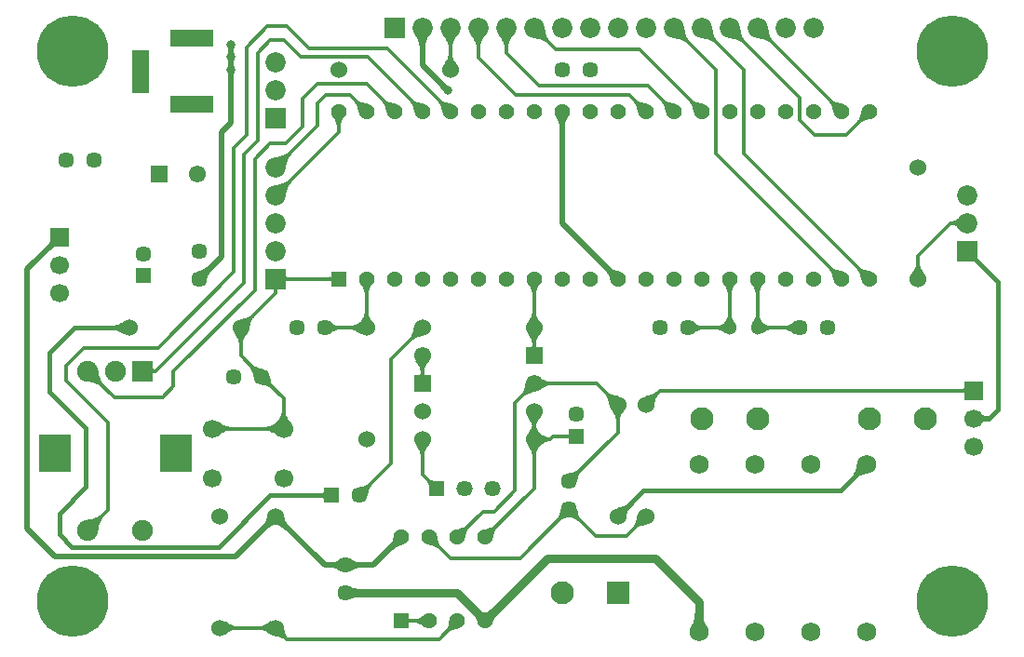
<source format=gtl>
G04*
G04 #@! TF.GenerationSoftware,Altium Limited,Altium Designer,20.1.8 (145)*
G04*
G04 Layer_Physical_Order=1*
G04 Layer_Color=255*
%FSLAX25Y25*%
%MOIN*%
G70*
G04*
G04 #@! TF.SameCoordinates,DC33A1B7-073B-4291-B7B0-CC2688F11226*
G04*
G04*
G04 #@! TF.FilePolarity,Positive*
G04*
G01*
G75*
%ADD44C,0.03000*%
%ADD45C,0.01200*%
%ADD46C,0.02000*%
%ADD47C,0.01500*%
%ADD48R,0.06673X0.06673*%
%ADD49C,0.06673*%
%ADD50R,0.11811X0.13622*%
%ADD51C,0.07480*%
%ADD52R,0.07480X0.07480*%
%ADD53C,0.05630*%
%ADD54R,0.05630X0.05630*%
%ADD55C,0.07244*%
%ADD56R,0.07244X0.07244*%
%ADD57C,0.06024*%
%ADD58C,0.05709*%
%ADD59R,0.07244X0.07244*%
%ADD60C,0.05118*%
%ADD61C,0.06890*%
%ADD62C,0.08268*%
%ADD63R,0.08268X0.08268*%
%ADD64R,0.05709X0.05709*%
%ADD65R,0.06102X0.06102*%
%ADD66C,0.06102*%
%ADD67R,0.05748X0.05748*%
%ADD68C,0.05748*%
%ADD69R,0.05709X0.05709*%
%ADD70C,0.06693*%
%ADD71R,0.15551X0.05906*%
%ADD72R,0.05906X0.15551*%
%ADD73C,0.25591*%
%ADD74C,0.03150*%
G36*
X268697Y224752D02*
X268966Y223456D01*
X269129Y222875D01*
X269312Y222340D01*
X269513Y221849D01*
X269734Y221404D01*
X269974Y221003D01*
X270233Y220648D01*
X270511Y220337D01*
X269663Y219489D01*
X269352Y219767D01*
X268997Y220026D01*
X268597Y220266D01*
X268151Y220487D01*
X267660Y220688D01*
X267125Y220871D01*
X266545Y221034D01*
X265248Y221303D01*
X264533Y221408D01*
X268592Y225467D01*
X268697Y224752D01*
D02*
G37*
G36*
X258697D02*
X258966Y223456D01*
X259129Y222875D01*
X259312Y222340D01*
X259513Y221849D01*
X259734Y221404D01*
X259974Y221003D01*
X260233Y220648D01*
X260511Y220337D01*
X259663Y219489D01*
X259352Y219767D01*
X258997Y220026D01*
X258596Y220266D01*
X258151Y220487D01*
X257661Y220688D01*
X257125Y220871D01*
X256544Y221034D01*
X255248Y221303D01*
X254533Y221408D01*
X258592Y225467D01*
X258697Y224752D01*
D02*
G37*
G36*
X248697D02*
X248966Y223456D01*
X249129Y222875D01*
X249312Y222340D01*
X249513Y221849D01*
X249734Y221404D01*
X249974Y221003D01*
X250233Y220648D01*
X250511Y220337D01*
X249663Y219489D01*
X249352Y219767D01*
X248997Y220026D01*
X248597Y220266D01*
X248151Y220487D01*
X247660Y220688D01*
X247125Y220871D01*
X246545Y221034D01*
X245248Y221303D01*
X244533Y221408D01*
X248592Y225467D01*
X248697Y224752D01*
D02*
G37*
G36*
X238697D02*
X238966Y223456D01*
X239129Y222875D01*
X239312Y222340D01*
X239513Y221849D01*
X239734Y221404D01*
X239974Y221003D01*
X240233Y220648D01*
X240511Y220337D01*
X239663Y219489D01*
X239352Y219767D01*
X238997Y220026D01*
X238597Y220266D01*
X238151Y220487D01*
X237661Y220688D01*
X237125Y220871D01*
X236544Y221034D01*
X235248Y221303D01*
X234533Y221408D01*
X238592Y225467D01*
X238697Y224752D01*
D02*
G37*
G36*
X188697D02*
X188966Y223456D01*
X189129Y222875D01*
X189312Y222340D01*
X189513Y221849D01*
X189734Y221404D01*
X189974Y221003D01*
X190233Y220648D01*
X190511Y220337D01*
X189663Y219489D01*
X189352Y219767D01*
X188997Y220026D01*
X188596Y220266D01*
X188151Y220487D01*
X187661Y220688D01*
X187125Y220871D01*
X186545Y221034D01*
X185248Y221303D01*
X184533Y221408D01*
X188592Y225467D01*
X188697Y224752D01*
D02*
G37*
G36*
X147515Y222304D02*
X147197Y221817D01*
X146916Y221330D01*
X146673Y220842D01*
X146467Y220352D01*
X146299Y219863D01*
X146168Y219372D01*
X146075Y218881D01*
X146019Y218389D01*
X146000Y217897D01*
X144000D01*
X143981Y218389D01*
X143925Y218881D01*
X143832Y219372D01*
X143701Y219863D01*
X143533Y220352D01*
X143327Y220842D01*
X143084Y221330D01*
X142803Y221817D01*
X142485Y222304D01*
X142130Y222791D01*
X147870D01*
X147515Y222304D01*
D02*
G37*
G36*
X177439Y222210D02*
X176712Y221103D01*
X176417Y220578D01*
X176168Y220070D01*
X175963Y219581D01*
X175804Y219110D01*
X175691Y218657D01*
X175623Y218222D01*
X175600Y217806D01*
X174400D01*
X174377Y218222D01*
X174309Y218657D01*
X174196Y219110D01*
X174037Y219581D01*
X173832Y220070D01*
X173583Y220578D01*
X173288Y221103D01*
X172561Y222210D01*
X172130Y222791D01*
X177870D01*
X177439Y222210D01*
D02*
G37*
G36*
X167439D02*
X166712Y221103D01*
X166417Y220578D01*
X166167Y220070D01*
X165963Y219581D01*
X165804Y219110D01*
X165691Y218657D01*
X165623Y218222D01*
X165600Y217806D01*
X164400D01*
X164377Y218222D01*
X164309Y218657D01*
X164196Y219110D01*
X164037Y219581D01*
X163832Y220070D01*
X163583Y220578D01*
X163288Y221103D01*
X162561Y222210D01*
X162130Y222791D01*
X167870D01*
X167439Y222210D01*
D02*
G37*
G36*
X157439D02*
X156712Y221103D01*
X156417Y220578D01*
X156167Y220070D01*
X155963Y219581D01*
X155804Y219110D01*
X155691Y218657D01*
X155623Y218222D01*
X155600Y217806D01*
X154400D01*
X154377Y218222D01*
X154309Y218657D01*
X154196Y219110D01*
X154037Y219581D01*
X153832Y220070D01*
X153583Y220578D01*
X153288Y221103D01*
X152561Y222210D01*
X152130Y222791D01*
X157870D01*
X157439Y222210D01*
D02*
G37*
G36*
X77701Y217963D02*
X77659Y217863D01*
X77622Y217739D01*
X77589Y217592D01*
X77562Y217421D01*
X77522Y217007D01*
X77515Y216812D01*
X77562Y216079D01*
X77589Y215908D01*
X77622Y215761D01*
X77659Y215637D01*
X77701Y215537D01*
X77748Y215461D01*
X75252D01*
X75299Y215537D01*
X75341Y215637D01*
X75379Y215761D01*
X75411Y215908D01*
X75438Y216079D01*
X75478Y216493D01*
X75485Y216688D01*
X75438Y217421D01*
X75411Y217592D01*
X75379Y217739D01*
X75341Y217863D01*
X75299Y217963D01*
X75252Y218039D01*
X77748D01*
X77701Y217963D01*
D02*
G37*
G36*
X155618Y215597D02*
X155672Y215220D01*
X155761Y214834D01*
X155886Y214437D01*
X156047Y214029D01*
X156243Y213611D01*
X156475Y213183D01*
X157047Y212296D01*
X157387Y211837D01*
X152613D01*
X152953Y212296D01*
X153525Y213183D01*
X153757Y213611D01*
X153953Y214029D01*
X154114Y214437D01*
X154239Y214834D01*
X154329Y215220D01*
X154382Y215597D01*
X154400Y215963D01*
X155600D01*
X155618Y215597D01*
D02*
G37*
G36*
X77701Y213463D02*
X77659Y213363D01*
X77622Y213239D01*
X77589Y213092D01*
X77562Y212921D01*
X77522Y212507D01*
X77515Y212312D01*
X77562Y211579D01*
X77589Y211408D01*
X77622Y211261D01*
X77659Y211137D01*
X77701Y211037D01*
X77748Y210961D01*
X76500Y210000D01*
X77748Y209039D01*
X77701Y208963D01*
X77659Y208863D01*
X77622Y208739D01*
X77589Y208592D01*
X77562Y208421D01*
X77503Y207499D01*
X77500Y207209D01*
X75500D01*
X75498Y207499D01*
X75478Y208007D01*
X75438Y208421D01*
X75411Y208592D01*
X75379Y208739D01*
X75341Y208863D01*
X75299Y208963D01*
X75252Y209039D01*
X76500Y210000D01*
X75252Y210961D01*
X75299Y211037D01*
X75341Y211137D01*
X75379Y211261D01*
X75411Y211408D01*
X75438Y211579D01*
X75478Y211993D01*
X75485Y212188D01*
X75438Y212921D01*
X75411Y213092D01*
X75379Y213239D01*
X75341Y213363D01*
X75299Y213463D01*
X75252Y213539D01*
X77748D01*
X77701Y213463D01*
D02*
G37*
G36*
X152940Y204878D02*
X153634Y204268D01*
X153774Y204166D01*
X153902Y204084D01*
X154015Y204023D01*
X154116Y203982D01*
X154203Y203962D01*
X152438Y202197D01*
X152418Y202284D01*
X152377Y202385D01*
X152316Y202498D01*
X152234Y202625D01*
X152132Y202766D01*
X151868Y203086D01*
X151522Y203460D01*
X151319Y203667D01*
X152733Y205081D01*
X152940Y204878D01*
D02*
G37*
G36*
X231748Y199124D02*
X232035Y198905D01*
X232351Y198705D01*
X232696Y198521D01*
X233069Y198356D01*
X233471Y198208D01*
X233901Y198077D01*
X234360Y197965D01*
X235363Y197792D01*
X232209Y194637D01*
X232131Y195153D01*
X231923Y196099D01*
X231792Y196529D01*
X231644Y196931D01*
X231479Y197304D01*
X231295Y197649D01*
X231095Y197965D01*
X230876Y198252D01*
X230641Y198511D01*
X231489Y199360D01*
X231748Y199124D01*
D02*
G37*
G36*
X221748D02*
X222036Y198905D01*
X222352Y198705D01*
X222696Y198521D01*
X223069Y198356D01*
X223471Y198208D01*
X223901Y198077D01*
X224360Y197965D01*
X225363Y197792D01*
X222209Y194637D01*
X222131Y195153D01*
X221923Y196099D01*
X221792Y196529D01*
X221644Y196931D01*
X221479Y197304D01*
X221295Y197649D01*
X221095Y197965D01*
X220876Y198252D01*
X220640Y198511D01*
X221489Y199360D01*
X221748Y199124D01*
D02*
G37*
G36*
X151748D02*
X152035Y198905D01*
X152351Y198705D01*
X152696Y198521D01*
X153069Y198356D01*
X153471Y198208D01*
X153901Y198077D01*
X154360Y197965D01*
X155363Y197792D01*
X152208Y194637D01*
X152131Y195153D01*
X151923Y196099D01*
X151792Y196529D01*
X151644Y196931D01*
X151479Y197304D01*
X151295Y197649D01*
X151095Y197965D01*
X150876Y198252D01*
X150640Y198511D01*
X151489Y199360D01*
X151748Y199124D01*
D02*
G37*
G36*
X131748D02*
X132036Y198905D01*
X132352Y198705D01*
X132696Y198521D01*
X133069Y198356D01*
X133471Y198208D01*
X133901Y198077D01*
X134360Y197965D01*
X135363Y197792D01*
X132209Y194637D01*
X132131Y195153D01*
X131923Y196099D01*
X131792Y196529D01*
X131644Y196931D01*
X131479Y197304D01*
X131295Y197649D01*
X131095Y197965D01*
X130876Y198252D01*
X130640Y198511D01*
X131489Y199360D01*
X131748Y199124D01*
D02*
G37*
G36*
X121748D02*
X122036Y198905D01*
X122352Y198705D01*
X122696Y198521D01*
X123069Y198356D01*
X123471Y198208D01*
X123901Y198077D01*
X124360Y197965D01*
X125363Y197792D01*
X122208Y194637D01*
X122131Y195153D01*
X121923Y196099D01*
X121792Y196529D01*
X121644Y196931D01*
X121479Y197304D01*
X121295Y197649D01*
X121095Y197965D01*
X120876Y198252D01*
X120641Y198511D01*
X121489Y199360D01*
X121748Y199124D01*
D02*
G37*
G36*
X291748D02*
X292035Y198905D01*
X292352Y198705D01*
X292696Y198521D01*
X293069Y198356D01*
X293471Y198208D01*
X293901Y198077D01*
X294360Y197965D01*
X295363Y197792D01*
X292209Y194637D01*
X292131Y195153D01*
X291923Y196099D01*
X291792Y196529D01*
X291644Y196931D01*
X291479Y197304D01*
X291295Y197649D01*
X291095Y197965D01*
X290876Y198252D01*
X290640Y198511D01*
X291489Y199360D01*
X291748Y199124D01*
D02*
G37*
G36*
X241748D02*
X242035Y198905D01*
X242352Y198705D01*
X242696Y198521D01*
X243069Y198356D01*
X243471Y198208D01*
X243901Y198077D01*
X244360Y197965D01*
X245363Y197792D01*
X242209Y194637D01*
X242131Y195153D01*
X241923Y196099D01*
X241792Y196529D01*
X241644Y196931D01*
X241479Y197304D01*
X241295Y197649D01*
X241095Y197965D01*
X240876Y198252D01*
X240640Y198511D01*
X241489Y199360D01*
X241748Y199124D01*
D02*
G37*
G36*
X141748D02*
X142035Y198905D01*
X142351Y198705D01*
X142696Y198521D01*
X143069Y198356D01*
X143471Y198208D01*
X143901Y198077D01*
X144360Y197965D01*
X145363Y197792D01*
X142209Y194637D01*
X142131Y195153D01*
X141923Y196099D01*
X141792Y196529D01*
X141644Y196931D01*
X141479Y197304D01*
X141295Y197649D01*
X141095Y197965D01*
X140876Y198252D01*
X140640Y198511D01*
X141489Y199360D01*
X141748Y199124D01*
D02*
G37*
G36*
X305363Y192209D02*
X304847Y192131D01*
X303901Y191923D01*
X303471Y191792D01*
X303069Y191644D01*
X302696Y191479D01*
X302351Y191295D01*
X302035Y191095D01*
X301748Y190876D01*
X301489Y190640D01*
X300641Y191489D01*
X300876Y191748D01*
X301095Y192035D01*
X301295Y192351D01*
X301479Y192696D01*
X301644Y193069D01*
X301792Y193471D01*
X301923Y193901D01*
X302035Y194360D01*
X302209Y195363D01*
X305363Y192209D01*
D02*
G37*
G36*
X196997Y192958D02*
X196788Y192622D01*
X196603Y192276D01*
X196443Y191919D01*
X196308Y191551D01*
X196197Y191173D01*
X196111Y190784D01*
X196049Y190385D01*
X196012Y189974D01*
X196000Y189554D01*
X194000D01*
X193988Y189974D01*
X193951Y190385D01*
X193889Y190784D01*
X193803Y191173D01*
X193692Y191551D01*
X193557Y191919D01*
X193397Y192276D01*
X193212Y192622D01*
X193003Y192958D01*
X192769Y193283D01*
X197231D01*
X196997Y192958D01*
D02*
G37*
G36*
X116921Y192863D02*
X116399Y192047D01*
X116187Y191650D01*
X116008Y191262D01*
X115861Y190881D01*
X115747Y190508D01*
X115665Y190142D01*
X115616Y189785D01*
X115600Y189435D01*
X114400D01*
X114384Y189785D01*
X114335Y190142D01*
X114253Y190508D01*
X114139Y190881D01*
X113992Y191262D01*
X113813Y191650D01*
X113601Y192047D01*
X113356Y192451D01*
X112769Y193283D01*
X117231D01*
X116921Y192863D01*
D02*
G37*
G36*
X98011Y179663D02*
X97733Y179352D01*
X97474Y178997D01*
X97234Y178596D01*
X97013Y178151D01*
X96812Y177661D01*
X96629Y177125D01*
X96466Y176544D01*
X96197Y175248D01*
X96092Y174533D01*
X92033Y178592D01*
X92748Y178697D01*
X94045Y178966D01*
X94625Y179129D01*
X95161Y179312D01*
X95651Y179513D01*
X96096Y179734D01*
X96497Y179974D01*
X96852Y180233D01*
X97163Y180511D01*
X98011Y179663D01*
D02*
G37*
G36*
Y169663D02*
X97733Y169352D01*
X97474Y168997D01*
X97234Y168596D01*
X97013Y168151D01*
X96812Y167660D01*
X96629Y167125D01*
X96466Y166544D01*
X96197Y165248D01*
X96092Y164533D01*
X92033Y168592D01*
X92748Y168697D01*
X94045Y168966D01*
X94625Y169129D01*
X95161Y169312D01*
X95651Y169513D01*
X96096Y169734D01*
X96497Y169974D01*
X96852Y170233D01*
X97163Y170511D01*
X98011Y169663D01*
D02*
G37*
G36*
X336957Y153036D02*
X336771Y153295D01*
X336565Y153527D01*
X336338Y153732D01*
X336092Y153909D01*
X335826Y154059D01*
X335540Y154182D01*
X335234Y154277D01*
X334908Y154345D01*
X334562Y154386D01*
X334196Y154400D01*
Y155600D01*
X334562Y155614D01*
X334908Y155655D01*
X335234Y155723D01*
X335540Y155818D01*
X335826Y155941D01*
X336092Y156091D01*
X336338Y156268D01*
X336565Y156473D01*
X336771Y156705D01*
X336957Y156964D01*
Y153036D01*
D02*
G37*
G36*
X14504Y146675D02*
X14348Y146789D01*
X14164Y146845D01*
X13952D01*
X13712Y146789D01*
X13443Y146675D01*
X13146Y146506D01*
X12821Y146279D01*
X12467Y145997D01*
X11675Y145261D01*
X10261Y146675D01*
X10657Y147085D01*
X11279Y147821D01*
X11506Y148146D01*
X11675Y148443D01*
X11789Y148712D01*
X11845Y148952D01*
Y149164D01*
X11789Y149348D01*
X11675Y149504D01*
X14504Y146675D01*
D02*
G37*
G36*
X343525Y143395D02*
X343483Y143257D01*
Y143098D01*
X343525Y142917D01*
X343610Y142716D01*
X343737Y142493D01*
X343907Y142249D01*
X344119Y141984D01*
X344671Y141390D01*
X343610Y140329D01*
X343302Y140626D01*
X342751Y141093D01*
X342507Y141263D01*
X342284Y141390D01*
X342083Y141475D01*
X341902Y141517D01*
X341743D01*
X341605Y141475D01*
X341489Y141390D01*
X343610Y143511D01*
X343525Y143395D01*
D02*
G37*
G36*
X323118Y140597D02*
X323171Y140220D01*
X323261Y139834D01*
X323386Y139437D01*
X323547Y139029D01*
X323743Y138611D01*
X323975Y138183D01*
X324547Y137296D01*
X324887Y136837D01*
X320113D01*
X320453Y137296D01*
X321025Y138183D01*
X321257Y138611D01*
X321453Y139029D01*
X321614Y139437D01*
X321739Y139834D01*
X321829Y140220D01*
X321882Y140597D01*
X321900Y140963D01*
X323100D01*
X323118Y140597D01*
D02*
G37*
G36*
X212162Y139269D02*
X212478Y139005D01*
X212804Y138767D01*
X213140Y138552D01*
X213486Y138363D01*
X213842Y138199D01*
X214207Y138060D01*
X214583Y137945D01*
X214968Y137856D01*
X215363Y137792D01*
X212209Y134637D01*
X212144Y135032D01*
X212055Y135417D01*
X211940Y135793D01*
X211801Y136158D01*
X211637Y136514D01*
X211448Y136860D01*
X211234Y137196D01*
X210995Y137522D01*
X210731Y137838D01*
X210442Y138144D01*
X211856Y139558D01*
X212162Y139269D01*
D02*
G37*
G36*
X301748Y139124D02*
X302035Y138905D01*
X302351Y138705D01*
X302696Y138521D01*
X303069Y138356D01*
X303471Y138208D01*
X303901Y138077D01*
X304360Y137964D01*
X305363Y137792D01*
X302209Y134637D01*
X302131Y135153D01*
X301923Y136099D01*
X301792Y136529D01*
X301644Y136931D01*
X301479Y137304D01*
X301295Y137648D01*
X301095Y137965D01*
X300876Y138252D01*
X300641Y138511D01*
X301489Y139359D01*
X301748Y139124D01*
D02*
G37*
G36*
X291748D02*
X292035Y138905D01*
X292352Y138705D01*
X292696Y138521D01*
X293069Y138356D01*
X293471Y138208D01*
X293901Y138077D01*
X294360Y137964D01*
X295363Y137792D01*
X292209Y134637D01*
X292131Y135153D01*
X291923Y136099D01*
X291792Y136529D01*
X291644Y136931D01*
X291479Y137304D01*
X291295Y137648D01*
X291095Y137965D01*
X290876Y138252D01*
X290640Y138511D01*
X291489Y139359D01*
X291748Y139124D01*
D02*
G37*
G36*
X69616Y138202D02*
X69325Y137893D01*
X69059Y137573D01*
X68817Y137242D01*
X68601Y136901D01*
X68410Y136550D01*
X68244Y136188D01*
X68103Y135815D01*
X67987Y135431D01*
X67896Y135037D01*
X67830Y134632D01*
X64632Y137830D01*
X65037Y137896D01*
X65431Y137987D01*
X65815Y138103D01*
X66188Y138244D01*
X66550Y138410D01*
X66901Y138601D01*
X67242Y138817D01*
X67573Y139058D01*
X67893Y139325D01*
X68202Y139616D01*
X69616Y138202D01*
D02*
G37*
G36*
X112209Y133800D02*
X112197Y133914D01*
X112161Y134016D01*
X112100Y134106D01*
X112015Y134184D01*
X111906Y134250D01*
X111773Y134304D01*
X111615Y134346D01*
X111433Y134376D01*
X111227Y134394D01*
X110997Y134400D01*
Y135600D01*
X111227Y135606D01*
X111433Y135624D01*
X111615Y135654D01*
X111773Y135696D01*
X111906Y135750D01*
X112015Y135816D01*
X112100Y135894D01*
X112161Y135984D01*
X112197Y136086D01*
X112209Y136200D01*
Y133800D01*
D02*
G37*
G36*
X96110Y136086D02*
X96147Y135984D01*
X96207Y135894D01*
X96292Y135816D01*
X96401Y135750D01*
X96534Y135696D01*
X96692Y135654D01*
X96874Y135624D01*
X97080Y135606D01*
X97310Y135600D01*
Y134400D01*
X97080Y134394D01*
X96874Y134376D01*
X96692Y134346D01*
X96534Y134304D01*
X96401Y134250D01*
X96292Y134184D01*
X96207Y134106D01*
X96147Y134016D01*
X96110Y133914D01*
X96098Y133800D01*
Y136200D01*
X96110Y136086D01*
D02*
G37*
G36*
X93586Y131378D02*
X93484Y131342D01*
X93394Y131282D01*
X93316Y131198D01*
X93250Y131090D01*
X93196Y130958D01*
X93154Y130802D01*
X93124Y130622D01*
X93106Y130418D01*
X93100Y130190D01*
X91900D01*
X91894Y130418D01*
X91876Y130622D01*
X91846Y130802D01*
X91804Y130958D01*
X91750Y131090D01*
X91684Y131198D01*
X91606Y131282D01*
X91516Y131342D01*
X91414Y131378D01*
X91300Y131390D01*
X93700D01*
X93586Y131378D01*
D02*
G37*
G36*
X266921Y132863D02*
X266399Y132047D01*
X266187Y131650D01*
X266008Y131262D01*
X265861Y130881D01*
X265747Y130508D01*
X265665Y130142D01*
X265616Y129785D01*
X265600Y129435D01*
X264400D01*
X264384Y129785D01*
X264335Y130142D01*
X264253Y130508D01*
X264139Y130881D01*
X263992Y131262D01*
X263813Y131650D01*
X263601Y132047D01*
X263356Y132451D01*
X262769Y133283D01*
X267231D01*
X266921Y132863D01*
D02*
G37*
G36*
X256921D02*
X256399Y132047D01*
X256187Y131650D01*
X256008Y131262D01*
X255861Y130881D01*
X255747Y130508D01*
X255665Y130142D01*
X255616Y129785D01*
X255600Y129435D01*
X254400D01*
X254384Y129785D01*
X254335Y130142D01*
X254253Y130508D01*
X254139Y130881D01*
X253992Y131262D01*
X253813Y131650D01*
X253601Y132047D01*
X253356Y132451D01*
X252769Y133283D01*
X257231D01*
X256921Y132863D01*
D02*
G37*
G36*
X186921D02*
X186399Y132047D01*
X186187Y131650D01*
X186008Y131262D01*
X185861Y130881D01*
X185747Y130508D01*
X185665Y130142D01*
X185616Y129785D01*
X185600Y129435D01*
X184400D01*
X184384Y129785D01*
X184335Y130142D01*
X184253Y130508D01*
X184139Y130881D01*
X183992Y131262D01*
X183813Y131650D01*
X183601Y132047D01*
X183356Y132451D01*
X182769Y133283D01*
X187231D01*
X186921Y132863D01*
D02*
G37*
G36*
X126921D02*
X126399Y132047D01*
X126187Y131650D01*
X126008Y131262D01*
X125861Y130881D01*
X125747Y130508D01*
X125665Y130142D01*
X125616Y129785D01*
X125600Y129435D01*
X124400D01*
X124384Y129785D01*
X124335Y130142D01*
X124253Y130508D01*
X124139Y130881D01*
X123992Y131262D01*
X123813Y131650D01*
X123601Y132047D01*
X123356Y132451D01*
X122769Y133283D01*
X127231D01*
X126921Y132863D01*
D02*
G37*
G36*
X84641Y121292D02*
X84395Y121021D01*
X84166Y120717D01*
X83956Y120380D01*
X83763Y120011D01*
X83589Y119609D01*
X83433Y119175D01*
X83294Y118708D01*
X83071Y117676D01*
X82987Y117112D01*
X79611Y120487D01*
X80176Y120571D01*
X81208Y120794D01*
X81675Y120933D01*
X82109Y121089D01*
X82511Y121264D01*
X82880Y121456D01*
X83217Y121666D01*
X83521Y121895D01*
X83792Y122141D01*
X84641Y121292D01*
D02*
G37*
G36*
X265614Y122218D02*
X265657Y121885D01*
X265728Y121548D01*
X265828Y121206D01*
X265957Y120860D01*
X266114Y120509D01*
X266300Y120154D01*
X266514Y119794D01*
X266849Y119316D01*
X266930Y119256D01*
X267654Y118800D01*
X268009Y118614D01*
X268360Y118457D01*
X268706Y118328D01*
X269048Y118228D01*
X269385Y118157D01*
X269718Y118114D01*
X270047Y118100D01*
Y116900D01*
X269718Y116886D01*
X269385Y116843D01*
X269048Y116771D01*
X268706Y116672D01*
X268360Y116543D01*
X268009Y116386D01*
X267654Y116200D01*
X267294Y115986D01*
X266561Y115472D01*
Y119061D01*
X262972D01*
X263244Y119430D01*
X263700Y120154D01*
X263886Y120509D01*
X264043Y120860D01*
X264172Y121206D01*
X264271Y121548D01*
X264343Y121885D01*
X264386Y122218D01*
X264400Y122547D01*
X265600D01*
X265614Y122218D01*
D02*
G37*
G36*
X255614D02*
X255657Y121885D01*
X255729Y121548D01*
X255828Y121206D01*
X255957Y120860D01*
X256114Y120509D01*
X256300Y120154D01*
X256514Y119794D01*
X257028Y119061D01*
X253439D01*
Y115472D01*
X253070Y115744D01*
X252346Y116200D01*
X251991Y116386D01*
X251640Y116543D01*
X251294Y116672D01*
X250952Y116771D01*
X250615Y116843D01*
X250282Y116886D01*
X249953Y116900D01*
Y118100D01*
X250282Y118114D01*
X250615Y118157D01*
X250952Y118228D01*
X251294Y118328D01*
X251640Y118457D01*
X251991Y118614D01*
X252346Y118800D01*
X252706Y119014D01*
X253184Y119349D01*
X253243Y119430D01*
X253700Y120154D01*
X253886Y120509D01*
X254043Y120860D01*
X254171Y121206D01*
X254272Y121548D01*
X254343Y121885D01*
X254386Y122218D01*
X254400Y122547D01*
X255600D01*
X255614Y122218D01*
D02*
G37*
G36*
X278259Y115238D02*
X277831Y115554D01*
X277001Y116086D01*
X276598Y116302D01*
X276204Y116485D01*
X275817Y116634D01*
X275439Y116750D01*
X275070Y116833D01*
X274708Y116883D01*
X274355Y116900D01*
Y118100D01*
X274708Y118117D01*
X275070Y118166D01*
X275439Y118250D01*
X275817Y118366D01*
X276204Y118515D01*
X276598Y118698D01*
X277001Y118914D01*
X277412Y119164D01*
X278259Y119762D01*
Y115238D01*
D02*
G37*
G36*
X242169Y119446D02*
X242999Y118914D01*
X243402Y118698D01*
X243796Y118515D01*
X244183Y118366D01*
X244561Y118250D01*
X244930Y118166D01*
X245292Y118117D01*
X245645Y118100D01*
Y116900D01*
X245292Y116883D01*
X244930Y116833D01*
X244561Y116750D01*
X244183Y116634D01*
X243796Y116485D01*
X243402Y116302D01*
X242999Y116086D01*
X242588Y115837D01*
X241741Y115238D01*
Y119762D01*
X242169Y119446D01*
D02*
G37*
G36*
X112169D02*
X112999Y118914D01*
X113402Y118698D01*
X113796Y118515D01*
X114183Y118366D01*
X114561Y118250D01*
X114930Y118166D01*
X115292Y118117D01*
X115645Y118100D01*
Y116900D01*
X115292Y116883D01*
X114930Y116833D01*
X114561Y116750D01*
X114183Y116634D01*
X113796Y116485D01*
X113402Y116302D01*
X112999Y116086D01*
X112588Y115837D01*
X111741Y115238D01*
Y119762D01*
X112169Y119446D01*
D02*
G37*
G36*
X125618Y123097D02*
X125672Y122721D01*
X125761Y122334D01*
X125886Y121937D01*
X126047Y121529D01*
X126243Y121111D01*
X126475Y120683D01*
X127047Y119796D01*
X127387Y119337D01*
X123163D01*
Y115113D01*
X122704Y115453D01*
X121817Y116025D01*
X121389Y116257D01*
X120971Y116453D01*
X120563Y116614D01*
X120166Y116739D01*
X119780Y116829D01*
X119403Y116882D01*
X119037Y116900D01*
Y118100D01*
X119403Y118118D01*
X119780Y118172D01*
X120166Y118261D01*
X120563Y118386D01*
X120971Y118547D01*
X121389Y118743D01*
X121817Y118975D01*
X122704Y119547D01*
X122847Y119653D01*
X122953Y119796D01*
X123525Y120683D01*
X123757Y121111D01*
X123953Y121529D01*
X124114Y121937D01*
X124239Y122334D01*
X124328Y122721D01*
X124382Y123097D01*
X124400Y123463D01*
X125600D01*
X125618Y123097D01*
D02*
G37*
G36*
X38163Y115113D02*
X37739Y115424D01*
X36902Y115948D01*
X36488Y116161D01*
X36077Y116341D01*
X35669Y116488D01*
X35265Y116603D01*
X34864Y116684D01*
X34466Y116734D01*
X34071Y116750D01*
Y118250D01*
X34466Y118266D01*
X34864Y118315D01*
X35265Y118397D01*
X35669Y118512D01*
X36077Y118659D01*
X36488Y118839D01*
X36902Y119052D01*
X37319Y119297D01*
X37739Y119576D01*
X38163Y119887D01*
Y115113D01*
D02*
G37*
G36*
X145388Y114513D02*
X144824Y114429D01*
X143792Y114206D01*
X143325Y114067D01*
X142891Y113911D01*
X142489Y113736D01*
X142120Y113544D01*
X141783Y113334D01*
X141479Y113105D01*
X141208Y112859D01*
X140359Y113708D01*
X140605Y113979D01*
X140834Y114283D01*
X141044Y114620D01*
X141236Y114989D01*
X141411Y115391D01*
X141567Y115825D01*
X141706Y116292D01*
X141929Y117324D01*
X142013Y117888D01*
X145388Y114513D01*
D02*
G37*
G36*
X82047Y115204D02*
X81475Y114317D01*
X81243Y113889D01*
X81047Y113471D01*
X80886Y113063D01*
X80761Y112666D01*
X80672Y112279D01*
X80618Y111903D01*
X80600Y111537D01*
X79400D01*
X79382Y111903D01*
X79329Y112279D01*
X79239Y112666D01*
X79114Y113063D01*
X78953Y113471D01*
X78757Y113889D01*
X78525Y114317D01*
X77953Y115204D01*
X77613Y115663D01*
X82387D01*
X82047Y115204D01*
D02*
G37*
G36*
X185618Y123097D02*
X185671Y122721D01*
X185761Y122334D01*
X185886Y121937D01*
X186047Y121529D01*
X186243Y121111D01*
X186475Y120683D01*
X187047Y119796D01*
X187387Y119337D01*
X185000Y117500D01*
X187387Y115663D01*
X187047Y115204D01*
X186475Y114317D01*
X186243Y113889D01*
X186047Y113471D01*
X185886Y113063D01*
X185761Y112666D01*
X185671Y112279D01*
X185618Y111903D01*
X185603Y111607D01*
X185606Y111509D01*
X185624Y111303D01*
X185654Y111121D01*
X185696Y110963D01*
X185750Y110830D01*
X185816Y110721D01*
X185894Y110636D01*
X185984Y110576D01*
X186086Y110539D01*
X186200Y110527D01*
X183800D01*
X183914Y110539D01*
X184016Y110576D01*
X184106Y110636D01*
X184184Y110721D01*
X184250Y110830D01*
X184304Y110963D01*
X184346Y111121D01*
X184376Y111303D01*
X184394Y111509D01*
X184397Y111607D01*
X184382Y111903D01*
X184328Y112279D01*
X184239Y112666D01*
X184114Y113063D01*
X183953Y113471D01*
X183757Y113889D01*
X183525Y114317D01*
X182953Y115204D01*
X182613Y115663D01*
X185000Y117500D01*
X182613Y119337D01*
X182953Y119796D01*
X183525Y120683D01*
X183757Y121111D01*
X183953Y121529D01*
X184114Y121937D01*
X184239Y122334D01*
X184328Y122721D01*
X184382Y123097D01*
X184400Y123463D01*
X185600D01*
X185618Y123097D01*
D02*
G37*
G36*
X48568Y102917D02*
X48597Y102856D01*
X48646Y102802D01*
X48714Y102756D01*
X48801Y102717D01*
X48908Y102685D01*
X49033Y102660D01*
X49179Y102642D01*
X49343Y102631D01*
X49528Y102628D01*
Y101428D01*
X49343Y101424D01*
X49033Y101395D01*
X48908Y101371D01*
X48801Y101338D01*
X48714Y101299D01*
X48646Y101253D01*
X48597Y101199D01*
X48568Y101138D01*
X48559Y101071D01*
Y102984D01*
X48568Y102917D01*
D02*
G37*
G36*
X147072Y105172D02*
X146491Y104271D01*
X146254Y103836D01*
X146054Y103413D01*
X145891Y103000D01*
X145764Y102598D01*
X145673Y102207D01*
X145618Y101827D01*
X145605Y101555D01*
X145606Y101509D01*
X145624Y101303D01*
X145654Y101121D01*
X145696Y100963D01*
X145750Y100830D01*
X145816Y100721D01*
X145894Y100636D01*
X145984Y100576D01*
X146086Y100539D01*
X146200Y100527D01*
X143800D01*
X143914Y100539D01*
X144016Y100576D01*
X144106Y100636D01*
X144184Y100721D01*
X144250Y100830D01*
X144304Y100963D01*
X144346Y101121D01*
X144376Y101303D01*
X144394Y101509D01*
X144395Y101555D01*
X144382Y101827D01*
X144327Y102207D01*
X144236Y102598D01*
X144109Y103000D01*
X143946Y103413D01*
X143746Y103836D01*
X143509Y104271D01*
X142928Y105172D01*
X142582Y105639D01*
X147418D01*
X147072Y105172D01*
D02*
G37*
G36*
X84194Y104178D02*
X84485Y103957D01*
X84805Y103755D01*
X85155Y103570D01*
X85534Y103402D01*
X85942Y103253D01*
X86379Y103121D01*
X86846Y103006D01*
X87868Y102831D01*
X84670Y99632D01*
X84590Y100157D01*
X84379Y101121D01*
X84247Y101558D01*
X84097Y101966D01*
X83930Y102345D01*
X83745Y102695D01*
X83543Y103015D01*
X83322Y103306D01*
X83084Y103567D01*
X83933Y104416D01*
X84194Y104178D01*
D02*
G37*
G36*
X28976Y101765D02*
X29254Y100418D01*
X29422Y99815D01*
X29609Y99260D01*
X29816Y98753D01*
X30042Y98293D01*
X30287Y97880D01*
X30552Y97515D01*
X30837Y97197D01*
X29988Y96348D01*
X29671Y96633D01*
X29305Y96898D01*
X28892Y97143D01*
X28432Y97369D01*
X27925Y97576D01*
X27370Y97764D01*
X26767Y97931D01*
X25420Y98209D01*
X24675Y98319D01*
X28866Y102510D01*
X28976Y101765D01*
D02*
G37*
G36*
X90410Y99843D02*
X90621Y98879D01*
X90753Y98442D01*
X90903Y98033D01*
X91070Y97655D01*
X91255Y97305D01*
X91457Y96985D01*
X91678Y96694D01*
X91916Y96433D01*
X91067Y95584D01*
X90806Y95822D01*
X90515Y96043D01*
X90195Y96245D01*
X89845Y96430D01*
X89466Y96597D01*
X89058Y96747D01*
X88621Y96879D01*
X88154Y96994D01*
X87132Y97170D01*
X90330Y100368D01*
X90410Y99843D01*
D02*
G37*
G36*
X187328Y99572D02*
X188229Y98991D01*
X188664Y98754D01*
X189087Y98554D01*
X189500Y98391D01*
X189902Y98264D01*
X190293Y98173D01*
X190673Y98118D01*
X191043Y98100D01*
Y96900D01*
X190673Y96882D01*
X190293Y96827D01*
X189902Y96736D01*
X189500Y96609D01*
X189087Y96446D01*
X188664Y96246D01*
X188229Y96009D01*
X187328Y95428D01*
X186861Y95082D01*
Y99918D01*
X187328Y99572D01*
D02*
G37*
G36*
X339187Y93800D02*
X339175Y93914D01*
X339139Y94016D01*
X339078Y94106D01*
X338994Y94184D01*
X338884Y94250D01*
X338751Y94304D01*
X338594Y94346D01*
X338412Y94376D01*
X338206Y94394D01*
X337975Y94400D01*
Y95600D01*
X338206Y95606D01*
X338412Y95624D01*
X338594Y95654D01*
X338751Y95696D01*
X338884Y95750D01*
X338994Y95816D01*
X339078Y95894D01*
X339139Y95984D01*
X339175Y96086D01*
X339187Y96200D01*
Y93800D01*
D02*
G37*
G36*
X185394Y94474D02*
X184819Y94388D01*
X183771Y94162D01*
X183296Y94022D01*
X182855Y93864D01*
X182448Y93688D01*
X182074Y93494D01*
X181733Y93282D01*
X181425Y93051D01*
X181151Y92803D01*
X180303Y93651D01*
X180551Y93925D01*
X180782Y94233D01*
X180994Y94574D01*
X181188Y94948D01*
X181364Y95355D01*
X181522Y95796D01*
X181662Y96271D01*
X181888Y97319D01*
X181974Y97894D01*
X185394Y94474D01*
D02*
G37*
G36*
X229641Y93792D02*
X229395Y93521D01*
X229166Y93217D01*
X228956Y92880D01*
X228764Y92511D01*
X228589Y92109D01*
X228433Y91675D01*
X228294Y91208D01*
X228071Y90176D01*
X227987Y89612D01*
X224611Y92987D01*
X225176Y93071D01*
X226208Y93294D01*
X226675Y93433D01*
X227109Y93589D01*
X227511Y93764D01*
X227880Y93956D01*
X228217Y94166D01*
X228521Y94395D01*
X228792Y94641D01*
X229641Y93792D01*
D02*
G37*
G36*
X211479Y94395D02*
X211783Y94166D01*
X212120Y93956D01*
X212489Y93764D01*
X212891Y93589D01*
X213325Y93433D01*
X213792Y93294D01*
X214824Y93071D01*
X215388Y92987D01*
X212013Y89612D01*
X211929Y90176D01*
X211706Y91208D01*
X211567Y91675D01*
X211411Y92109D01*
X211237Y92511D01*
X211044Y92880D01*
X210834Y93217D01*
X210605Y93521D01*
X210359Y93792D01*
X211208Y94641D01*
X211479Y94395D01*
D02*
G37*
G36*
X217047Y87704D02*
X216475Y86817D01*
X216243Y86389D01*
X216047Y85971D01*
X215886Y85563D01*
X215761Y85166D01*
X215671Y84780D01*
X215618Y84403D01*
X215600Y84037D01*
X214400D01*
X214382Y84403D01*
X214329Y84780D01*
X214239Y85166D01*
X214114Y85563D01*
X213953Y85971D01*
X213757Y86389D01*
X213525Y86817D01*
X212953Y87704D01*
X212613Y88163D01*
X217387D01*
X217047Y87704D01*
D02*
G37*
G36*
X345505Y86501D02*
X345650Y86343D01*
X345819Y86204D01*
X346014Y86084D01*
X346233Y85982D01*
X346477Y85898D01*
X346745Y85833D01*
X347039Y85787D01*
X347357Y85759D01*
X347700Y85750D01*
Y84250D01*
X347357Y84241D01*
X347039Y84213D01*
X346745Y84167D01*
X346477Y84102D01*
X346233Y84018D01*
X346014Y83916D01*
X345819Y83796D01*
X345650Y83657D01*
X345505Y83499D01*
X345385Y83323D01*
Y86677D01*
X345505Y86501D01*
D02*
G37*
G36*
X95916Y87603D02*
X95977Y87195D01*
X96080Y86772D01*
X96224Y86334D01*
X96408Y85882D01*
X96634Y85414D01*
X96901Y84933D01*
X97557Y83925D01*
X97947Y83400D01*
X93254D01*
Y78707D01*
X92728Y79096D01*
X91721Y79753D01*
X91239Y80020D01*
X90772Y80245D01*
X90320Y80430D01*
X89882Y80574D01*
X89459Y80676D01*
X89050Y80738D01*
X88657Y80758D01*
Y81958D01*
X89050Y81979D01*
X89459Y82040D01*
X89882Y82143D01*
X90320Y82287D01*
X90772Y82471D01*
X91239Y82697D01*
X91721Y82964D01*
X92728Y83620D01*
X92903Y83750D01*
X93033Y83925D01*
X93690Y84933D01*
X93957Y85414D01*
X94182Y85882D01*
X94367Y86334D01*
X94511Y86772D01*
X94613Y87195D01*
X94675Y87603D01*
X94695Y87997D01*
X95895D01*
X95916Y87603D01*
D02*
G37*
G36*
X72272Y83620D02*
X73279Y82964D01*
X73761Y82697D01*
X74228Y82471D01*
X74680Y82287D01*
X75118Y82143D01*
X75541Y82040D01*
X75950Y81979D01*
X76343Y81958D01*
Y80758D01*
X75950Y80738D01*
X75541Y80676D01*
X75118Y80574D01*
X74680Y80430D01*
X74228Y80245D01*
X73761Y80020D01*
X73279Y79753D01*
X72272Y79096D01*
X71746Y78707D01*
Y84010D01*
X72272Y83620D01*
D02*
G37*
G36*
X197170Y77363D02*
X197158Y77477D01*
X197121Y77579D01*
X197061Y77669D01*
X196976Y77747D01*
X196867Y77813D01*
X196733Y77867D01*
X196576Y77909D01*
X196394Y77939D01*
X196188Y77957D01*
X195958Y77963D01*
Y79163D01*
X196188Y79169D01*
X196394Y79187D01*
X196576Y79217D01*
X196733Y79259D01*
X196867Y79313D01*
X196976Y79379D01*
X197061Y79457D01*
X197121Y79547D01*
X197158Y79649D01*
X197170Y79763D01*
Y77363D01*
D02*
G37*
G36*
X187047Y85204D02*
X186475Y84317D01*
X186243Y83889D01*
X186047Y83471D01*
X185886Y83064D01*
X185761Y82666D01*
X185722Y82500D01*
X185761Y82334D01*
X185886Y81937D01*
X186047Y81529D01*
X186243Y81111D01*
X186475Y80683D01*
X187047Y79796D01*
X187151Y79656D01*
X187290Y79553D01*
X188174Y78979D01*
X188595Y78746D01*
X189002Y78549D01*
X189395Y78387D01*
X189774Y78262D01*
X190139Y78172D01*
X190489Y78118D01*
X190826Y78100D01*
Y76900D01*
X190489Y76882D01*
X190139Y76828D01*
X189774Y76739D01*
X189395Y76613D01*
X189002Y76451D01*
X188595Y76254D01*
X188174Y76021D01*
X187290Y75447D01*
X187151Y75344D01*
X187047Y75204D01*
X186475Y74317D01*
X186243Y73889D01*
X186047Y73471D01*
X185886Y73063D01*
X185761Y72666D01*
X185671Y72280D01*
X185618Y71903D01*
X185600Y71537D01*
X184400D01*
X184382Y71903D01*
X184328Y72280D01*
X184239Y72666D01*
X184114Y73063D01*
X183953Y73471D01*
X183757Y73889D01*
X183525Y74317D01*
X182953Y75204D01*
X182613Y75663D01*
X186827D01*
Y79337D01*
X182613D01*
X182953Y79796D01*
X183525Y80683D01*
X183757Y81111D01*
X183953Y81529D01*
X184114Y81937D01*
X184239Y82334D01*
X184278Y82500D01*
X184239Y82666D01*
X184114Y83064D01*
X183953Y83471D01*
X183757Y83889D01*
X183525Y84317D01*
X182953Y85204D01*
X182613Y85663D01*
X187387D01*
X187047Y85204D01*
D02*
G37*
G36*
X147047Y75204D02*
X146475Y74317D01*
X146243Y73889D01*
X146047Y73471D01*
X145886Y73063D01*
X145761Y72666D01*
X145671Y72280D01*
X145618Y71903D01*
X145600Y71537D01*
X144400D01*
X144382Y71903D01*
X144328Y72280D01*
X144239Y72666D01*
X144114Y73063D01*
X143953Y73471D01*
X143757Y73889D01*
X143525Y74317D01*
X142953Y75204D01*
X142613Y75663D01*
X147387D01*
X147047Y75204D01*
D02*
G37*
G36*
X304499Y65176D02*
X303873Y65081D01*
X302722Y64826D01*
X302198Y64666D01*
X301708Y64484D01*
X301253Y64281D01*
X300831Y64055D01*
X300444Y63808D01*
X300091Y63539D01*
X299772Y63248D01*
X298711Y64309D01*
X299002Y64627D01*
X299271Y64981D01*
X299519Y65368D01*
X299744Y65789D01*
X299948Y66245D01*
X300130Y66735D01*
X300290Y67259D01*
X300428Y67817D01*
X300639Y69036D01*
X304499Y65176D01*
D02*
G37*
G36*
X201916Y66067D02*
X201678Y65806D01*
X201458Y65515D01*
X201255Y65195D01*
X201070Y64845D01*
X200903Y64466D01*
X200753Y64058D01*
X200621Y63621D01*
X200506Y63154D01*
X200330Y62132D01*
X197132Y65330D01*
X197658Y65410D01*
X198621Y65621D01*
X199058Y65753D01*
X199466Y65903D01*
X199845Y66070D01*
X200195Y66255D01*
X200515Y66457D01*
X200806Y66678D01*
X201067Y66916D01*
X201916Y66067D01*
D02*
G37*
G36*
X147385Y63472D02*
X147828Y63096D01*
X148023Y62959D01*
X148202Y62856D01*
X148363Y62787D01*
X148507Y62752D01*
X148633Y62751D01*
X148743Y62783D01*
X148835Y62850D01*
X147150Y61165D01*
X147217Y61257D01*
X147249Y61367D01*
X147248Y61493D01*
X147213Y61637D01*
X147144Y61798D01*
X147041Y61977D01*
X146904Y62172D01*
X146733Y62385D01*
X146290Y62862D01*
X147138Y63710D01*
X147385Y63472D01*
D02*
G37*
G36*
X126916Y61067D02*
X126678Y60806D01*
X126458Y60515D01*
X126255Y60195D01*
X126070Y59845D01*
X125902Y59466D01*
X125753Y59058D01*
X125621Y58621D01*
X125506Y58154D01*
X125330Y57132D01*
X122132Y60330D01*
X122658Y60410D01*
X123621Y60621D01*
X124058Y60753D01*
X124466Y60903D01*
X124845Y61070D01*
X125195Y61255D01*
X125515Y61458D01*
X125806Y61678D01*
X126067Y61916D01*
X126916Y61067D01*
D02*
G37*
G36*
X109670Y56000D02*
X109654Y56142D01*
X109609Y56270D01*
X109534Y56383D01*
X109428Y56480D01*
X109292Y56563D01*
X109125Y56630D01*
X108929Y56682D01*
X108702Y56720D01*
X108445Y56743D01*
X108158Y56750D01*
Y58250D01*
X108445Y58258D01*
X108702Y58280D01*
X108929Y58318D01*
X109125Y58370D01*
X109292Y58438D01*
X109428Y58520D01*
X109534Y58618D01*
X109609Y58730D01*
X109654Y58858D01*
X109670Y59000D01*
Y56000D01*
D02*
G37*
G36*
X200410Y52342D02*
X200621Y51379D01*
X200753Y50942D01*
X200903Y50534D01*
X201070Y50155D01*
X201255Y49805D01*
X201458Y49485D01*
X201678Y49194D01*
X201916Y48933D01*
X201067Y48084D01*
X200806Y48322D01*
X200515Y48542D01*
X200195Y48745D01*
X199845Y48930D01*
X199466Y49097D01*
X199058Y49247D01*
X198621Y49379D01*
X198154Y49494D01*
X197475Y49610D01*
X197343Y49590D01*
X196379Y49379D01*
X195942Y49247D01*
X195534Y49097D01*
X195155Y48930D01*
X194805Y48745D01*
X194485Y48542D01*
X194194Y48322D01*
X193933Y48084D01*
X193084Y48933D01*
X193322Y49194D01*
X193543Y49485D01*
X193745Y49805D01*
X193930Y50155D01*
X194097Y50534D01*
X194247Y50942D01*
X194379Y51379D01*
X194494Y51846D01*
X194669Y52868D01*
X197500Y50038D01*
X200330Y52868D01*
X200410Y52342D01*
D02*
G37*
G36*
X219723Y53662D02*
X219455Y53371D01*
X219208Y53055D01*
X218983Y52714D01*
X218778Y52347D01*
X218594Y51954D01*
X218430Y51537D01*
X218288Y51094D01*
X218167Y50625D01*
X218066Y50131D01*
X217987Y49611D01*
X214612Y52987D01*
X215131Y53066D01*
X216093Y53288D01*
X216537Y53430D01*
X216954Y53594D01*
X217347Y53778D01*
X217714Y53983D01*
X218055Y54208D01*
X218371Y54455D01*
X218662Y54723D01*
X219723Y53662D01*
D02*
G37*
G36*
X95558Y49944D02*
X95655Y49514D01*
X95777Y49098D01*
X95925Y48695D01*
X96098Y48307D01*
X96297Y47931D01*
X96521Y47570D01*
X96770Y47222D01*
X97045Y46889D01*
X97346Y46569D01*
X95931Y45154D01*
X95611Y45455D01*
X95278Y45730D01*
X94930Y45979D01*
X94569Y46203D01*
X94194Y46402D01*
X93805Y46575D01*
X93402Y46723D01*
X92986Y46845D01*
X92555Y46942D01*
X92500Y46951D01*
X92444Y46942D01*
X92014Y46845D01*
X91598Y46723D01*
X91195Y46575D01*
X90806Y46402D01*
X90431Y46203D01*
X90070Y45979D01*
X89722Y45730D01*
X89389Y45455D01*
X89069Y45154D01*
X87654Y46569D01*
X87955Y46889D01*
X88230Y47222D01*
X88479Y47570D01*
X88703Y47931D01*
X88902Y48307D01*
X89075Y48695D01*
X89223Y49098D01*
X89345Y49514D01*
X89442Y49944D01*
X89513Y50388D01*
X92500Y47402D01*
X95487Y50388D01*
X95558Y49944D01*
D02*
G37*
G36*
X225389Y47013D02*
X224824Y46929D01*
X223792Y46706D01*
X223325Y46567D01*
X222891Y46411D01*
X222489Y46237D01*
X222120Y46044D01*
X221783Y45834D01*
X221479Y45605D01*
X221208Y45359D01*
X220359Y46208D01*
X220605Y46479D01*
X220834Y46783D01*
X221044Y47120D01*
X221236Y47489D01*
X221411Y47891D01*
X221567Y48325D01*
X221706Y48792D01*
X221929Y49824D01*
X222013Y50388D01*
X225389Y47013D01*
D02*
G37*
G36*
X30837Y49772D02*
X30552Y49454D01*
X30287Y49089D01*
X30042Y48676D01*
X29816Y48216D01*
X29609Y47708D01*
X29422Y47153D01*
X29254Y46551D01*
X28976Y45203D01*
X28866Y44458D01*
X24675Y48650D01*
X25420Y48759D01*
X26767Y49037D01*
X27370Y49205D01*
X27925Y49392D01*
X28432Y49599D01*
X28892Y49825D01*
X29305Y50071D01*
X29671Y50336D01*
X29988Y50620D01*
X30837Y49772D01*
D02*
G37*
G36*
X161860Y46011D02*
X161624Y45752D01*
X161405Y45465D01*
X161205Y45149D01*
X161021Y44804D01*
X160856Y44431D01*
X160708Y44029D01*
X160577Y43599D01*
X160465Y43140D01*
X160292Y42137D01*
X157137Y45291D01*
X157653Y45369D01*
X158599Y45577D01*
X159029Y45708D01*
X159431Y45856D01*
X159804Y46021D01*
X160149Y46205D01*
X160465Y46405D01*
X160752Y46624D01*
X161011Y46859D01*
X161860Y46011D01*
D02*
G37*
G36*
X171860Y46011D02*
X171624Y45752D01*
X171405Y45465D01*
X171205Y45149D01*
X171021Y44804D01*
X170856Y44431D01*
X170708Y44029D01*
X170577Y43599D01*
X170465Y43140D01*
X170291Y42137D01*
X167137Y45291D01*
X167653Y45369D01*
X168599Y45577D01*
X169029Y45708D01*
X169431Y45856D01*
X169804Y46021D01*
X170149Y46205D01*
X170465Y46405D01*
X170752Y46624D01*
X171011Y46859D01*
X171860Y46011D01*
D02*
G37*
G36*
X150369Y42347D02*
X150577Y41401D01*
X150708Y40971D01*
X150856Y40569D01*
X151021Y40196D01*
X151205Y39851D01*
X151405Y39535D01*
X151624Y39248D01*
X151859Y38989D01*
X151011Y38140D01*
X150752Y38376D01*
X150464Y38595D01*
X150148Y38795D01*
X149804Y38979D01*
X149431Y39144D01*
X149029Y39292D01*
X148599Y39423D01*
X148140Y39535D01*
X147137Y39709D01*
X150292Y42863D01*
X150369Y42347D01*
D02*
G37*
G36*
X137863Y39709D02*
X137468Y39644D01*
X137083Y39555D01*
X136707Y39440D01*
X136342Y39301D01*
X135986Y39137D01*
X135640Y38948D01*
X135304Y38734D01*
X134978Y38495D01*
X134662Y38231D01*
X134356Y37942D01*
X132942Y39356D01*
X133231Y39662D01*
X133495Y39978D01*
X133733Y40304D01*
X133948Y40640D01*
X134137Y40986D01*
X134301Y41342D01*
X134440Y41707D01*
X134555Y42083D01*
X134644Y42468D01*
X134708Y42863D01*
X137863Y39709D01*
D02*
G37*
G36*
X119574Y34522D02*
X119917Y34308D01*
X120270Y34118D01*
X120634Y33954D01*
X121007Y33815D01*
X121391Y33702D01*
X121785Y33614D01*
X122189Y33551D01*
X122603Y33513D01*
X123028Y33500D01*
Y31500D01*
X122603Y31487D01*
X122189Y31449D01*
X121785Y31386D01*
X121391Y31298D01*
X121007Y31185D01*
X120634Y31046D01*
X120270Y30882D01*
X119917Y30692D01*
X119574Y30478D01*
X119241Y30238D01*
Y34762D01*
X119574Y34522D01*
D02*
G37*
G36*
X115759Y30238D02*
X115426Y30478D01*
X115083Y30692D01*
X114730Y30882D01*
X114366Y31046D01*
X113993Y31185D01*
X113609Y31298D01*
X113215Y31386D01*
X112811Y31449D01*
X112397Y31487D01*
X111972Y31500D01*
Y33500D01*
X112397Y33513D01*
X112811Y33551D01*
X113215Y33614D01*
X113609Y33702D01*
X113993Y33815D01*
X114366Y33954D01*
X114730Y34118D01*
X115083Y34308D01*
X115426Y34522D01*
X115759Y34762D01*
Y30238D01*
D02*
G37*
G36*
X119455Y24617D02*
X119700Y24487D01*
X119975Y24373D01*
X120283Y24274D01*
X120621Y24190D01*
X120991Y24122D01*
X121824Y24031D01*
X122288Y24008D01*
X122783Y24000D01*
Y21000D01*
X122288Y20992D01*
X121392Y20931D01*
X120991Y20878D01*
X120283Y20726D01*
X119975Y20627D01*
X119700Y20513D01*
X119455Y20383D01*
X119241Y20238D01*
Y24762D01*
X119455Y24617D01*
D02*
G37*
G36*
X172236Y15114D02*
X171894Y14762D01*
X171065Y13779D01*
X170855Y13475D01*
X170677Y13183D01*
X170531Y12904D01*
X170419Y12636D01*
X170339Y12381D01*
X170291Y12137D01*
X167500Y14928D01*
X164708Y12137D01*
X164661Y12381D01*
X164581Y12636D01*
X164469Y12904D01*
X164323Y13183D01*
X164145Y13475D01*
X163935Y13779D01*
X163415Y14422D01*
X163106Y14762D01*
X162765Y15114D01*
X164886Y17235D01*
X165238Y16894D01*
X166221Y16066D01*
X166525Y15855D01*
X166817Y15677D01*
X167096Y15531D01*
X167364Y15419D01*
X167500Y15376D01*
X167636Y15419D01*
X167904Y15531D01*
X168183Y15677D01*
X168475Y15855D01*
X168779Y16066D01*
X169422Y16585D01*
X169762Y16894D01*
X170114Y17235D01*
X172236Y15114D01*
D02*
G37*
G36*
X140303Y13586D02*
X140339Y13484D01*
X140400Y13394D01*
X140485Y13316D01*
X140594Y13250D01*
X140727Y13196D01*
X140885Y13154D01*
X141067Y13124D01*
X141273Y13106D01*
X141503Y13100D01*
Y11900D01*
X141273Y11894D01*
X141067Y11876D01*
X140885Y11846D01*
X140727Y11804D01*
X140594Y11750D01*
X140485Y11684D01*
X140400Y11606D01*
X140339Y11516D01*
X140303Y11414D01*
X140291Y11300D01*
Y13700D01*
X140303Y13586D01*
D02*
G37*
G36*
X245567Y14581D02*
X245666Y13542D01*
X245752Y13060D01*
X245863Y12603D01*
X245998Y12171D01*
X246158Y11764D01*
X246342Y11382D01*
X246551Y11025D01*
X246785Y10693D01*
X241325D01*
X241559Y11025D01*
X241768Y11382D01*
X241953Y11764D01*
X242112Y12171D01*
X242248Y12603D01*
X242358Y13060D01*
X242444Y13542D01*
X242506Y14049D01*
X242555Y15138D01*
X245555D01*
X245567Y14581D01*
D02*
G37*
G36*
X145783Y10269D02*
X145363Y10579D01*
X144547Y11101D01*
X144150Y11313D01*
X143762Y11492D01*
X143381Y11639D01*
X143008Y11753D01*
X142642Y11835D01*
X142285Y11884D01*
X141935Y11900D01*
Y13100D01*
X142285Y13116D01*
X142642Y13165D01*
X143008Y13247D01*
X143381Y13361D01*
X143762Y13508D01*
X144150Y13687D01*
X144547Y13899D01*
X144951Y14144D01*
X145783Y14731D01*
Y10269D01*
D02*
G37*
G36*
X157863Y9708D02*
X157347Y9631D01*
X156401Y9423D01*
X155971Y9292D01*
X155569Y9144D01*
X155196Y8979D01*
X154851Y8795D01*
X154535Y8595D01*
X154248Y8376D01*
X153989Y8140D01*
X153140Y8989D01*
X153376Y9248D01*
X153595Y9535D01*
X153795Y9851D01*
X153979Y10196D01*
X154144Y10569D01*
X154292Y10971D01*
X154423Y11401D01*
X154535Y11860D01*
X154709Y12863D01*
X157863Y9708D01*
D02*
G37*
G36*
X90663Y7613D02*
X90204Y7953D01*
X89317Y8525D01*
X88889Y8757D01*
X88471Y8953D01*
X88064Y9114D01*
X87666Y9239D01*
X87279Y9329D01*
X86903Y9382D01*
X86537Y9400D01*
Y10600D01*
X86903Y10618D01*
X87279Y10672D01*
X87666Y10761D01*
X88064Y10886D01*
X88471Y11047D01*
X88889Y11243D01*
X89317Y11475D01*
X90204Y12047D01*
X90663Y12387D01*
Y7613D01*
D02*
G37*
G36*
X74796Y12047D02*
X75683Y11475D01*
X76111Y11243D01*
X76529Y11047D01*
X76937Y10886D01*
X77334Y10761D01*
X77720Y10672D01*
X78097Y10618D01*
X78463Y10600D01*
Y9400D01*
X78097Y9382D01*
X77720Y9329D01*
X77334Y9239D01*
X76937Y9114D01*
X76529Y8953D01*
X76111Y8757D01*
X75683Y8525D01*
X74796Y7953D01*
X74337Y7613D01*
Y12387D01*
X74796Y12047D01*
D02*
G37*
G36*
X95568Y9820D02*
X95771Y8812D01*
X95893Y8362D01*
X96030Y7948D01*
X96180Y7571D01*
X96345Y7230D01*
X96524Y6925D01*
X96717Y6657D01*
X96924Y6424D01*
X96076Y5576D01*
X95843Y5783D01*
X95575Y5976D01*
X95270Y6155D01*
X94929Y6320D01*
X94552Y6470D01*
X94138Y6607D01*
X93688Y6729D01*
X92680Y6932D01*
X92121Y7012D01*
X95488Y10379D01*
X95568Y9820D01*
D02*
G37*
D44*
X167500Y12500D02*
X189800Y34800D01*
X228300D02*
X244055Y19045D01*
X189800Y34800D02*
X228300D01*
X244055Y8592D02*
Y19045D01*
X117500Y22500D02*
X157500D01*
X167500Y12500D01*
D45*
X17500Y104006D02*
X23794Y110300D01*
X50300D02*
X77500Y137500D01*
X23794Y110300D02*
X50300D01*
X296600Y186600D02*
X305000Y195000D01*
X280000Y192000D02*
X285400Y186600D01*
X296600D01*
X185000Y225000D02*
X192900Y217100D01*
X222900D02*
X245000Y195000D01*
X192900Y217100D02*
X222900D01*
X219200Y200800D02*
X225000Y195000D01*
X165000Y214300D02*
X178500Y200800D01*
X219200D01*
X225800Y204200D02*
X235000Y195000D01*
X175000Y215800D02*
X186600Y204200D01*
X225800D01*
X175000Y215800D02*
Y225000D01*
X165000Y214300D02*
Y225000D01*
X96500Y225500D02*
X104500Y217500D01*
X132500D01*
X155000Y195000D01*
X25157Y44941D02*
X32500Y52284D01*
X17500Y98500D02*
X32500Y83500D01*
Y52284D02*
Y83500D01*
X77500Y137500D02*
Y182000D01*
X82000Y186500D01*
X55912Y101879D02*
X85000Y130967D01*
Y178000D02*
X90500Y183500D01*
X85000Y130967D02*
Y178000D01*
X218000Y43000D02*
X225000Y50000D01*
X197500Y52500D02*
X207000Y43000D01*
X218000D01*
X225000Y90000D02*
X230000Y95000D01*
X342500D01*
X207500Y97500D02*
X215000Y90000D01*
X185000Y97500D02*
X207500D01*
X215000Y80000D02*
Y90000D01*
X197500Y62500D02*
X215000Y80000D01*
X255000Y117500D02*
Y135000D01*
X265000Y117500D02*
Y135000D01*
Y117500D02*
X280000D01*
X240000D02*
X255000D01*
X17500Y98500D02*
Y104006D01*
X49528Y102028D02*
X81000Y133500D01*
X44842Y102028D02*
X49528D01*
X81000Y133500D02*
Y179500D01*
X34685Y92500D02*
X52005D01*
X25157Y102028D02*
X34685Y92500D01*
X137500Y12500D02*
X147500D01*
X151000Y6000D02*
X157500Y12500D01*
X96500Y6000D02*
X151000D01*
X92500Y10000D02*
X96500Y6000D01*
X72500Y10000D02*
X92500D01*
X334196Y155000D02*
X340000D01*
X322500Y143304D02*
X334196Y155000D01*
X322500Y135000D02*
Y143304D01*
X147500Y42500D02*
X155000Y35000D01*
X180000D01*
X166705Y51705D02*
X170646D01*
X178171Y59230D02*
Y90671D01*
X170646Y51705D02*
X178171Y59230D01*
X180000Y35000D02*
X197500Y52500D01*
X185000Y77500D02*
X190826D01*
X191889Y78563D02*
X200000D01*
X190826Y77500D02*
X191889Y78563D01*
X167500Y42500D02*
X185000Y60000D01*
X167500Y42500D02*
X167500D01*
X185000Y60000D02*
Y77500D01*
X157500Y42500D02*
X166705Y51705D01*
X178171Y90671D02*
X185000Y97500D01*
X145000Y65000D02*
Y77500D01*
Y65000D02*
X150000Y60000D01*
X145000Y97500D02*
Y107500D01*
X133720Y68720D02*
Y106220D01*
X145000Y117500D01*
X122500Y57500D02*
X133720Y68720D01*
X110000Y117500D02*
X125000D01*
Y135000D01*
X80000Y117500D02*
X92500Y130000D01*
Y135000D01*
X115000D01*
X95295Y81358D02*
Y92205D01*
X87500Y100000D02*
X95295Y92205D01*
X87500Y100000D02*
Y100000D01*
X80000Y107500D02*
X87500Y100000D01*
X80000Y107500D02*
Y117500D01*
X55912Y96407D02*
Y101879D01*
X52005Y92500D02*
X55912Y96407D01*
X82000Y186500D02*
Y218000D01*
X89500Y225500D01*
X81000Y179500D02*
X86000Y184500D01*
Y216000D01*
X90500Y183500D02*
X96000D01*
X260000Y180000D02*
X305000Y135000D01*
X260000Y180000D02*
Y210000D01*
X115000Y187500D02*
Y195000D01*
X92500Y165000D02*
X115000Y187500D01*
X107500Y198000D02*
X110500Y201000D01*
X119000D02*
X125000Y195000D01*
X110500Y201000D02*
X119000D01*
X102000Y199506D02*
X107494Y205000D01*
X125000D02*
X135000Y195000D01*
X107494Y205000D02*
X125000D01*
X125388Y214612D02*
X145000Y195000D01*
X101388Y214612D02*
X125388D01*
X95500Y220500D02*
X101388Y214612D01*
X107500Y190000D02*
Y198000D01*
X92500Y175000D02*
X107500Y190000D01*
X102000Y189500D02*
Y199506D01*
X96000Y183500D02*
X102000Y189500D01*
X89500Y225500D02*
X96500D01*
X90500Y220500D02*
X95500D01*
X86000Y216000D02*
X90500Y220500D01*
X155000Y210000D02*
Y225000D01*
X280000Y192000D02*
Y200000D01*
X255000Y225000D02*
X280000Y200000D01*
X245000Y225000D02*
X260000Y210000D01*
X235000Y225000D02*
X250000Y210000D01*
Y180000D02*
Y210000D01*
X265000Y225000D02*
X295000Y195000D01*
X185000Y107500D02*
Y135000D01*
X69705Y81358D02*
X95295D01*
X185000Y77500D02*
Y87500D01*
X250000Y180000D02*
X295000Y135000D01*
D46*
X145000Y211400D02*
X154000Y202400D01*
X145000Y211400D02*
Y225000D01*
X76500Y214500D02*
Y219000D01*
Y191000D02*
Y214500D01*
X73000Y187500D02*
X76500Y191000D01*
X3500Y45500D02*
X13500Y35500D01*
X78000D02*
X92500Y50000D01*
X13500Y35500D02*
X78000D01*
X73000Y143000D02*
Y187500D01*
X65000Y135000D02*
X73000Y143000D01*
X3500Y138500D02*
X15000Y150000D01*
X3500Y45500D02*
Y138500D01*
X110000Y32500D02*
X117500D01*
X127500D01*
X137500Y42500D01*
X92500Y50000D02*
X110000Y32500D01*
X195000Y155000D02*
Y195000D01*
Y155000D02*
X215000Y135000D01*
D47*
X351000Y88300D02*
Y134000D01*
X342500Y85000D02*
X347700D01*
X351000Y88300D01*
X340000Y145000D02*
X351000Y134000D01*
X72000Y39000D02*
X90500Y57500D01*
X19500Y39000D02*
X72000D01*
X15000Y43500D02*
X19500Y39000D01*
X11500Y108500D02*
X20500Y117500D01*
X11500Y94500D02*
X24500Y81500D01*
X11500Y94500D02*
Y108500D01*
X15000Y43500D02*
Y51000D01*
X24500Y60500D01*
Y81500D01*
X294676Y59213D02*
X304055Y68592D01*
X224213Y59213D02*
X294676D01*
X215000Y50000D02*
X224213Y59213D01*
X20500Y117500D02*
X40000D01*
X90500Y57500D02*
X112500D01*
D48*
X342500Y95000D02*
D03*
X15000Y150000D02*
D03*
D49*
X342500Y85000D02*
D03*
Y75000D02*
D03*
X15000Y140000D02*
D03*
Y130000D02*
D03*
D50*
X13347Y72500D02*
D03*
X56653D02*
D03*
D51*
X44842Y44941D02*
D03*
X25157D02*
D03*
Y102028D02*
D03*
X35000D02*
D03*
D52*
X44842D02*
D03*
D53*
X115000Y195000D02*
D03*
X125000D02*
D03*
X135000D02*
D03*
X145000D02*
D03*
X155000D02*
D03*
X165000D02*
D03*
X175000D02*
D03*
X185000D02*
D03*
X195000D02*
D03*
X205000D02*
D03*
X215000D02*
D03*
X225000D02*
D03*
X235000D02*
D03*
X245000D02*
D03*
X255000D02*
D03*
X265000D02*
D03*
X275000D02*
D03*
X285000D02*
D03*
X295000D02*
D03*
X305000D02*
D03*
Y135000D02*
D03*
X295000D02*
D03*
X285000D02*
D03*
X275000D02*
D03*
X265000D02*
D03*
X255000D02*
D03*
X245000D02*
D03*
X235000D02*
D03*
X225000D02*
D03*
X215000D02*
D03*
X205000D02*
D03*
X195000D02*
D03*
X185000D02*
D03*
X175000D02*
D03*
X165000D02*
D03*
X155000D02*
D03*
X145000D02*
D03*
X135000D02*
D03*
X125000D02*
D03*
X147500Y12500D02*
D03*
X157500D02*
D03*
X167500D02*
D03*
X137500Y42500D02*
D03*
X147500D02*
D03*
X157500D02*
D03*
X167500D02*
D03*
D54*
X115000Y135000D02*
D03*
X137500Y12500D02*
D03*
D55*
X155000Y225000D02*
D03*
X195000D02*
D03*
X235000D02*
D03*
X275000D02*
D03*
X145000D02*
D03*
X175000D02*
D03*
X165000D02*
D03*
X215000D02*
D03*
X205000D02*
D03*
X245000D02*
D03*
X225000D02*
D03*
X265000D02*
D03*
X255000D02*
D03*
X185000D02*
D03*
X285000D02*
D03*
X340000Y165000D02*
D03*
Y155000D02*
D03*
X92500Y175000D02*
D03*
Y165000D02*
D03*
Y155000D02*
D03*
Y145000D02*
D03*
Y212500D02*
D03*
Y202500D02*
D03*
D56*
X135000Y225000D02*
D03*
D57*
X155000Y210000D02*
D03*
X115000D02*
D03*
X322500Y175000D02*
D03*
Y135000D02*
D03*
X215000Y90000D02*
D03*
Y50000D02*
D03*
X225000Y90000D02*
D03*
Y50000D02*
D03*
X185000Y77500D02*
D03*
X145000D02*
D03*
X185000Y87500D02*
D03*
X145000D02*
D03*
Y117500D02*
D03*
X185000D02*
D03*
X92500Y50000D02*
D03*
Y10000D02*
D03*
X72500D02*
D03*
Y50000D02*
D03*
X125000Y117500D02*
D03*
Y77500D02*
D03*
X40000Y117500D02*
D03*
X80000D02*
D03*
D58*
X195000Y210000D02*
D03*
X205000D02*
D03*
X290000Y117500D02*
D03*
X280000D02*
D03*
X230000D02*
D03*
X240000D02*
D03*
X197500Y52500D02*
D03*
Y62500D02*
D03*
X200000Y86437D02*
D03*
X117500Y22500D02*
D03*
Y32500D02*
D03*
X122500Y57500D02*
D03*
X77500Y100000D02*
D03*
X87500D02*
D03*
X110000Y117500D02*
D03*
X100000D02*
D03*
X65000Y135000D02*
D03*
Y145000D02*
D03*
X45000Y143937D02*
D03*
X27500Y177500D02*
D03*
X17500D02*
D03*
D59*
X340000Y145000D02*
D03*
X92500Y135000D02*
D03*
Y192500D02*
D03*
D60*
X255000Y117500D02*
D03*
X265000D02*
D03*
D61*
X304055Y8592D02*
D03*
Y68592D02*
D03*
X284055Y8592D02*
D03*
Y68592D02*
D03*
X264055Y8592D02*
D03*
Y68592D02*
D03*
X244055Y8592D02*
D03*
Y68592D02*
D03*
D62*
X245000Y85000D02*
D03*
X265000D02*
D03*
X305000D02*
D03*
X325000D02*
D03*
X195000Y22500D02*
D03*
D63*
X215000D02*
D03*
D64*
X200000Y78563D02*
D03*
X45000Y136063D02*
D03*
D65*
X145000Y97500D02*
D03*
X185000Y107500D02*
D03*
X50610Y172500D02*
D03*
D66*
X185000Y97500D02*
D03*
X145000Y107500D02*
D03*
X64390Y172500D02*
D03*
D67*
X150000Y60000D02*
D03*
D68*
X160000D02*
D03*
X170000D02*
D03*
D69*
X112500Y57500D02*
D03*
D70*
X95295Y63642D02*
D03*
X69705D02*
D03*
Y81358D02*
D03*
X95295D02*
D03*
D71*
X62500Y197500D02*
D03*
Y221319D02*
D03*
D72*
X43996Y209311D02*
D03*
D73*
X334646Y19685D02*
D03*
Y216535D02*
D03*
X19685D02*
D03*
Y19685D02*
D03*
D74*
X154000Y202400D02*
D03*
X76500Y210000D02*
D03*
Y214500D02*
D03*
Y219000D02*
D03*
M02*

</source>
